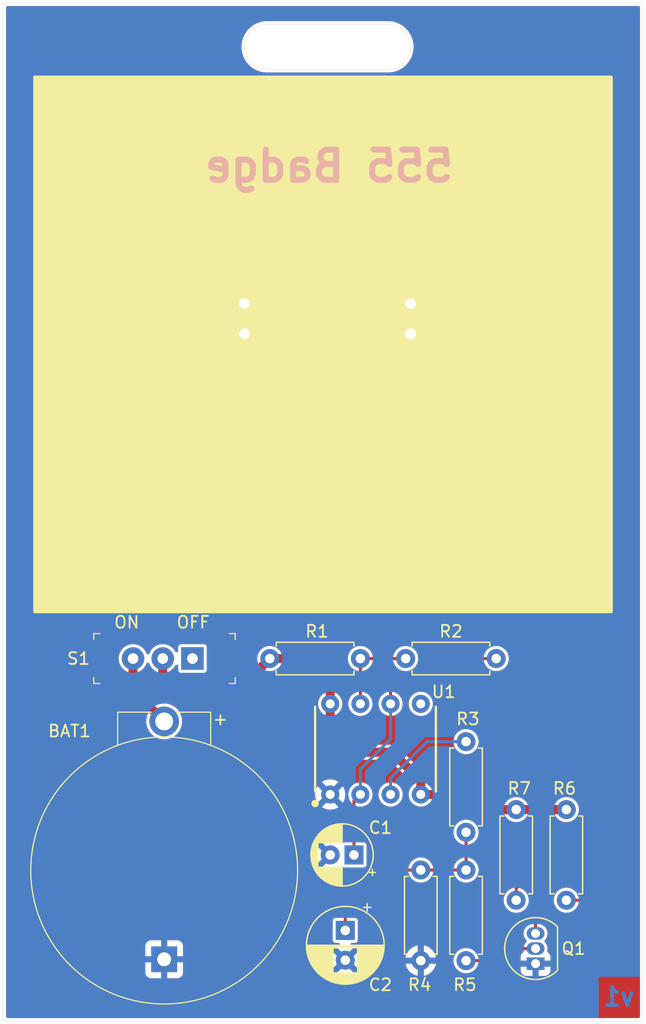
<source format=kicad_pcb>
(kicad_pcb (version 20211014) (generator pcbnew)
  (title_block (title "555 Badge") (date "2022-06-21") (rev "v1") (comment 1 "creativecommons.org/licenses/by/4.0/") (comment 2 "License: CC by 4.0") (comment 3 "Author: Bruno CC"))
  (layers (0 "F.Cu" signal) (31 "B.Cu" signal) (34 "B.Paste" user) (35 "F.Paste" user) (36 "B.SilkS" user "B.Silkscreen") (37 "F.SilkS" user "F.Silkscreen") (38 "B.Mask" user) (39 "F.Mask" user) (44 "Edge.Cuts" user))
  (net 0 "")
  (net 1 "Net-(C1-Pad1)")
  (net 2 "GND")
  (net 3 "Net-(C2-Pad1)")
  (net 4 "Net-(D1-Pad1)")
  (net 5 "Net-(D1-Pad2)")
  (net 6 "Net-(D2-Pad2)")
  (net 7 "Net-(Q1-Pad2)")
  (net 8 "VCC")
  (net 9 "Net-(R1-Pad2)")
  (net 10 "Net-(R3-Pad1)")
  (net 12 "Net-(BAT1-PadPos)")
  (footprint "LED_THT:LED_D3.0mm" (layer "F.Cu") (at 161.29 69.22 90)
    (fp_text reference "D1" (at 4.704 0 180) (layer "F.SilkS"))
    (fp_text value "RED")
    (fp_line (start -0.29 1.08) (end -0.29 1.236) (layer "F.SilkS") (width 0.12))
    (fp_line (start -0.29 -1.236) (end -0.29 -1.08) (layer "F.SilkS") (width 0.12))
    (fp_arc (start -0.29 -1.235516) (mid 1.366487 -1.987659) (end 2.942335 -1.078608) (layer "F.SilkS") (width 0.12))
    (fp_arc (start 0.229039 -1.08) (mid 1.270117 -1.5) (end 2.31113 -1.079837) (layer "F.SilkS") (width 0.12))
    (fp_arc (start 2.31113 1.079837) (mid 1.270117 1.5) (end 0.229039 1.08) (layer "F.SilkS") (width 0.12))
    (fp_arc (start 2.942335 1.078608) (mid 1.366487 1.987659) (end -0.29 1.235516) (layer "F.SilkS") (width 0.12))
    (pad "1" thru_hole rect (at 0 0 90) (size 1.8 1.8) (drill 0.9) (layers *.Cu *.Mask) (net 4 "Net-(D1-Pad1)"))
    (pad "2" thru_hole circle (at 2.54 0 90) (size 1.8 1.8) (drill 0.9) (layers *.Cu *.Mask) (net 5 "Net-(D1-Pad2)"))
  )
  (footprint "Capacitor_THT:CP_Radial_D6.3mm_P2.50mm" (layer "F.Cu") (at 155.800113 119.38 -90)
    (fp_text reference "C2" (at 4.572 -2.949887 180) (layer "F.SilkS"))
    (fp_text value "100uF")
    (fp_line (start 2.451 -3.002) (end 2.451 -1.04) (layer "F.SilkS") (width 0.12))
    (fp_line (start 1.57 -3.215) (end 1.57 -1.04) (layer "F.SilkS") (width 0.12))
    (fp_line (start 2.171 -3.098) (end 2.171 -1.04) (layer "F.SilkS") (width 0.12))
    (fp_line (start 2.291 1.04) (end 2.291 3.061) (layer "F.SilkS") (width 0.12))
    (fp_line (start 1.41 -3.227) (end 1.41 3.227) (layer "F.SilkS") (width 0.12))
    (fp_line (start 2.731 1.04) (end 2.731 2.876) (layer "F.SilkS") (width 0.12))
    (fp_line (start 3.411 -2.416) (end 3.411 -1.04) (layer "F.SilkS") (width 0.12))
    (fp_line (start 2.091 1.04) (end 2.091 3.121) (layer "F.SilkS") (width 0.12))
    (fp_line (start -1.935241 -2.154) (end -1.935241 -1.524) (layer "F.SilkS") (width 0.12))
    (fp_line (start 2.491 1.04) (end 2.491 2.986) (layer "F.SilkS") (width 0.12))
    (fp_line (start 3.611 -2.224) (end 3.611 2.224) (layer "F.SilkS") (width 0.12))
    (fp_line (start 1.49 1.04) (end 1.49 3.222) (layer "F.SilkS") (width 0.12))
    (fp_line (start 3.331 1.04) (end 3.331 2.484) (layer "F.SilkS") (width 0.12))
    (fp_line (start 3.971 -1.776) (end 3.971 1.776) (layer "F.SilkS") (width 0.12))
    (fp_line (start 4.251 -1.262) (end 4.251 1.262) (layer "F.SilkS") (width 0.12))
    (fp_line (start 1.25 -3.23) (end 1.25 3.23) (layer "F.SilkS") (width 0.12))
    (fp_line (start 3.531 -2.305) (end 3.531 -1.04) (layer "F.SilkS") (width 0.12))
    (fp_line (start 3.131 -2.636) (end 3.131 -1.04) (layer "F.SilkS") (width 0.12))
    (fp_line (start 2.331 1.04) (end 2.331 3.047) (layer "F.SilkS") (width 0.12))
    (fp_line (start 2.891 1.04) (end 2.891 2.79) (layer "F.SilkS") (width 0.12))
    (fp_line (start 3.451 -2.38) (end 3.451 -1.04) (layer "F.SilkS") (width 0.12))
    (fp_line (start 2.891 -2.79) (end 2.891 -1.04) (layer "F.SilkS") (width 0.12))
    (fp_line (start 3.691 -2.137) (end 3.691 2.137) (layer "F.SilkS") (width 0.12))
    (fp_line (start 3.491 -2.343) (end 3.491 -1.04) (layer "F.SilkS") (width 0.12))
    (fp_line (start 2.651 1.04) (end 2.651 2.916) (layer "F.SilkS") (width 0.12))
    (fp_line (start 2.051 1.04) (end 2.051 3.131) (layer "F.SilkS") (width 0.12))
    (fp_line (start 1.85 -3.175) (end 1.85 -1.04) (layer "F.SilkS") (width 0.12))
    (fp_line (start 1.69 -3.201) (end 1.69 -1.04) (layer "F.SilkS") (width 0.12))
    (fp_line (start 1.53 -3.218) (end 1.53 -1.04) (layer "F.SilkS") (width 0.12))
    (fp_line (start 2.531 1.04) (end 2.531 2.97) (layer "F.SilkS") (width 0.12))
    (fp_line (start 4.091 -1.581) (end 4.091 1.581) (layer "F.SilkS") (width 0.12))
    (fp_line (start 3.531 1.04) (end 3.531 2.305) (layer "F.SilkS") (width 0.12))
    (fp_line (start 2.411 1.04) (end 2.411 3.018) (layer "F.SilkS") (width 0.12))
    (fp_line (start 3.091 1.04) (end 3.091 2.664) (layer "F.SilkS") (width 0.12))
    (fp_line (start 2.811 1.04) (end 2.811 2.834) (layer "F.SilkS") (width 0.12))
    (fp_line (start 2.691 1.04) (end 2.691 2.896) (layer "F.SilkS") (width 0.12))
    (fp_line (start 3.291 1.04) (end 3.291 2.516) (layer "F.SilkS") (width 0.12))
    (fp_line (start 2.451 1.04) (end 2.451 3.002) (layer "F.SilkS") (width 0.12))
    (fp_line (start 1.49 -3.222) (end 1.49 -1.04) (layer "F.SilkS") (width 0.12))
    (fp_line (start 3.491 1.04) (end 3.491 2.343) (layer "F.SilkS") (width 0.12))
    (fp_line (start 1.69 1.04) (end 1.69 3.201) (layer "F.SilkS") (width 0.12))
    (fp_line (start 1.77 1.04) (end 1.77 3.189) (layer "F.SilkS") (width 0.12))
    (fp_line (start 2.091 -3.121) (end 2.091 -1.04) (layer "F.SilkS") (width 0.12))
    (fp_line (start 3.371 -2.45) (end 3.371 -1.04) (layer "F.SilkS") (width 0.12))
    (fp_line (start 2.011 1.04) (end 2.011 3.141) (layer "F.SilkS") (width 0.12))
    (fp_line (start 3.011 -2.716) (end 3.011 -1.04) (layer "F.SilkS") (width 0.12))
    (fp_line (start 3.171 1.04) (end 3.171 2.607) (layer "F.SilkS") (width 0.12))
    (fp_line (start 3.051 -2.69) (end 3.051 -1.04) (layer "F.SilkS") (width 0.12))
    (fp_line (start 3.811 -1.995) (end 3.811 1.995) (layer "F.SilkS") (width 0.12))
    (fp_line (start 1.971 -3.15) (end 1.971 -1.04) (layer "F.SilkS") (width 0.12))
    (fp_line (start 3.291 -2.516) (end 3.291 -1.04) (layer "F.SilkS") (width 0.12))
    (fp_line (start 1.93 -3.159) (end 1.93 -1.04) (layer "F.SilkS") (width 0.12))
    (fp_line (start 4.451 -0.633) (end 4.451 0.633) (layer "F.SilkS") (width 0.12))
    (fp_line (start 2.611 -2.934) (end 2.611 -1.04) (layer "F.SilkS") (width 0.12))
    (fp_line (start 2.691 -2.896) (end 2.691 -1.04) (layer "F.SilkS") (width 0.12))
    (fp_line (start -2.250241 -1.839) (end -1.620241 -1.839) (layer "F.SilkS") (width 0.12))
    (fp_line (start 3.851 -1.944) (end 3.851 1.944) (layer "F.SilkS") (width 0.12))
    (fp_line (start 1.33 -3.23) (end 1.33 3.23) (layer "F.SilkS") (width 0.12))
    (fp_line (start 1.77 -3.189) (end 1.77 -1.04) (layer "F.SilkS") (width 0.12))
    (fp_line (start 1.61 -3.211) (end 1.61 -1.04) (layer "F.SilkS") (width 0.12))
    (fp_line (start 2.251 -3.074) (end 2.251 -1.04) (layer "F.SilkS") (width 0.12))
    (fp_line (start 3.371 1.04) (end 3.371 2.45) (layer "F.SilkS") (width 0.12))
    (fp_line (start 3.931 -1.834) (end 3.931 1.834) (layer "F.SilkS") (width 0.12))
    (fp_line (start 2.971 1.04) (end 2.971 2.742) (layer "F.SilkS") (width 0.12))
    (fp_line (start 1.89 -3.167) (end 1.89 -1.04) (layer "F.SilkS") (width 0.12))
    (fp_line (start 1.45 -3.224) (end 1.45 3.224) (layer "F.SilkS") (width 0.12))
    (fp_line (start 3.091 -2.664) (end 3.091 -1.04) (layer "F.SilkS") (width 0.12))
    (fp_line (start 2.251 1.04) (end 2.251 3.074) (layer "F.SilkS") (width 0.12))
    (fp_line (start 3.411 1.04) (end 3.411 2.416) (layer "F.SilkS") (width 0.12))
    (fp_line (start 3.251 -2.548) (end 3.251 -1.04) (layer "F.SilkS") (width 0.12))
    (fp_line (start 2.971 -2.742) (end 2.971 -1.04) (layer "F.SilkS") (width 0.12))
    (fp_line (start 3.171 -2.607) (end 3.171 -1.04) (layer "F.SilkS") (width 0.12))
    (fp_line (start 1.89 1.04) (end 1.89 3.167) (layer "F.SilkS") (width 0.12))
    (fp_line (start 2.371 1.04) (end 2.371 3.033) (layer "F.SilkS") (width 0.12))
    (fp_line (start 2.651 -2.916) (end 2.651 -1.04) (layer "F.SilkS") (width 0.12))
    (fp_line (start 2.931 1.04) (end 2.931 2.766) (layer "F.SilkS") (width 0.12))
    (fp_line (start 2.571 1.04) (end 2.571 2.952) (layer "F.SilkS") (width 0.12))
    (fp_line (start 2.131 1.04) (end 2.131 3.11) (layer "F.SilkS") (width 0.12))
    (fp_line (start 2.611 1.04) (end 2.611 2.934) (layer "F.SilkS") (width 0.12))
    (fp_line (start 3.251 1.04) (end 3.251 2.548) (layer "F.SilkS") (width 0.12))
    (fp_line (start 3.211 1.04) (end 3.211 2.578) (layer "F.SilkS") (width 0.12))
    (fp_line (start 2.171 1.04) (end 2.171 3.098) (layer "F.SilkS") (width 0.12))
    (fp_line (start 2.131 -3.11) (end 2.131 -1.04) (layer "F.SilkS") (width 0.12))
    (fp_line (start 1.29 -3.23) (end 1.29 3.23) (layer "F.SilkS") (width 0.12))
    (fp_line (start 2.771 1.04) (end 2.771 2.856) (layer "F.SilkS") (width 0.12))
    (fp_line (start 2.011 -3.141) (end 2.011 -1.04) (layer "F.SilkS") (width 0.12))
    (fp_line (start 2.771 -2.856) (end 2.771 -1.04) (layer "F.SilkS") (width 0.12))
    (fp_line (start 2.051 -3.131) (end 2.051 -1.04) (layer "F.SilkS") (width 0.12))
    (fp_line (start 1.81 -3.182) (end 1.81 -1.04) (layer "F.SilkS") (width 0.12))
    (fp_line (start 2.851 1.04) (end 2.851 2.812) (layer "F.SilkS") (width 0.12))
    (fp_line (start 2.331 -3.047) (end 2.331 -1.04) (layer "F.SilkS") (width 0.12))
    (fp_line (start 2.811 -2.834) (end 2.811 -1.04) (layer "F.SilkS") (width 0.12))
    (fp_line (start 4.371 -0.94) (end 4.371 0.94) (layer "F.SilkS") (width 0.12))
    (fp_line (start 2.371 -3.033) (end 2.371 -1.04) (layer "F.SilkS") (width 0.12))
    (fp_line (start 1.93 1.04) (end 1.93 3.159) (layer "F.SilkS") (width 0.12))
    (fp_line (start 3.571 -2.265) (end 3.571 2.265) (layer "F.SilkS") (width 0.12))
    (fp_line (start 2.211 1.04) (end 2.211 3.086) (layer "F.SilkS") (width 0.12))
    (fp_line (start 2.411 -3.018) (end 2.411 -1.04) (layer "F.SilkS") (width 0.12))
    (fp_line (start 3.651 -2.182) (end 3.651 2.182) (layer "F.SilkS") (width 0.12))
    (fp_line (start 3.891 -1.89) (end 3.891 1.89) (layer "F.SilkS") (width 0.12))
    (fp_line (start 3.331 -2.484) (end 3.331 -1.04) (layer "F.SilkS") (width 0.12))
    (fp_line (start 1.73 -3.195) (end 1.73 -1.04) (layer "F.SilkS") (width 0.12))
    (fp_line (start 4.411 -0.802) (end 4.411 0.802) (layer "F.SilkS") (width 0.12))
    (fp_line (start 1.57 1.04) (end 1.57 3.215) (layer "F.SilkS") (width 0.12))
    (fp_line (start 4.051 -1.65) (end 4.051 1.65) (layer "F.SilkS") (width 0.12))
    (fp_line (start 3.051 1.04) (end 3.051 2.69) (layer "F.SilkS") (width 0.12))
    (fp_line (start 3.211 -2.578) (end 3.211 -1.04) (layer "F.SilkS") (width 0.12))
    (fp_line (start 4.171 -1.432) (end 4.171 1.432) (layer "F.SilkS") (width 0.12))
    (fp_line (start 4.211 -1.35) (end 4.211 1.35) (layer "F.SilkS") (width 0.12))
    (fp_line (start 3.451 1.04) (end 3.451 2.38) (layer "F.SilkS") (width 0.12))
    (fp_line (start 1.37 -3.228) (end 1.37 3.228) (layer "F.SilkS") (width 0.12))
    (fp_line (start 1.85 1.04) (end 1.85 3.175) (layer "F.SilkS") (width 0.12))
    (fp_line (start 1.65 -3.206) (end 1.65 -1.04) (layer "F.SilkS") (width 0.12))
    (fp_line (start 1.73 1.04) (end 1.73 3.195) (layer "F.SilkS") (width 0.12))
    (fp_line (start 2.531 -2.97) (end 2.531 -1.04) (layer "F.SilkS") (width 0.12))
    (fp_line (start 1.971 1.04) (end 1.971 3.15) (layer "F.SilkS") (width 0.12))
    (fp_line (start 4.291 -1.165) (end 4.291 1.165) (layer "F.SilkS") (width 0.12))
    (fp_line (start 4.131 -1.509) (end 4.131 1.509) (layer "F.SilkS") (width 0.12))
    (fp_line (start 4.011 -1.714) (end 4.011 1.714) (layer "F.SilkS") (width 0.12))
    (fp_line (start 2.731 -2.876) (end 2.731 -1.04) (layer "F.SilkS") (width 0.12))
    (fp_line (start 4.331 -1.059) (end 4.331 1.059) (layer "F.SilkS") (width 0.12))
    (fp_line (start 3.731 -2.092) (end 3.731 2.092) (layer "F.SilkS") (width 0.12))
    (fp_line (start 4.491 -0.402) (end 4.491 0.402) (layer "F.SilkS") (width 0.12))
    (fp_line (start 3.131 1.04) (end 3.131 2.636) (layer "F.SilkS") (width 0.12))
    (fp_line (start 2.931 -2.766) (end 2.931 -1.04) (layer "F.SilkS") (width 0.12))
    (fp_line (start 2.291 -3.061) (end 2.291 -1.04) (layer "F.SilkS") (width 0.12))
    (fp_line (start 3.011 1.04) (end 3.011 2.716) (layer "F.SilkS") (width 0.12))
    (fp_line (start 3.771 -2.044) (end 3.771 2.044) (layer "F.SilkS") (width 0.12))
    (fp_line (start 1.81 1.04) (end 1.81 3.182) (layer "F.SilkS") (width 0.12))
    (fp_line (start 1.65 1.04) (end 1.65 3.206) (layer "F.SilkS") (width 0.12))
    (fp_line (start 1.61 1.04) (end 1.61 3.211) (layer "F.SilkS") (width 0.12))
    (fp_line (start 2.491 -2.986) (end 2.491 -1.04) (layer "F.SilkS") (width 0.12))
    (fp_line (start 1.53 1.04) (end 1.53 3.218) (layer "F.SilkS") (width 0.12))
    (fp_line (start 2.211 -3.086) (end 2.211 -1.04) (layer "F.SilkS") (width 0.12))
    (fp_line (start 2.851 -2.812) (end 2.851 -1.04) (layer "F.SilkS") (width 0.12))
    (fp_line (start 2.571 -2.952) (end 2.571 -1.04) (layer "F.SilkS") (width 0.12))
    (fp_circle (center 1.25 0) (end 4.52 0) (layer "F.SilkS") (width 0.12) (fill none))
    (pad "1" thru_hole rect (at 0 0 270) (size 1.6 1.6) (drill 0.8) (layers *.Cu *.Mask) (net 3 "Net-(C2-Pad1)"))
    (pad "2" thru_hole circle (at 2.5 0 270) (size 1.6 1.6) (drill 0.8) (layers *.Cu *.Mask) (net 2 "GND"))
  )
  (footprint "Resistor_THT:R_Axial_DIN0207_L6.3mm_D2.5mm_P7.62mm_Horizontal" (layer "F.Cu") (at 160.880113 96.52)
    (fp_text reference "R2" (at 3.81 -2.286) (layer "F.SilkS"))
    (fp_text value "330k")
    (fp_line (start 0.54 -1.04) (end 0.54 -1.37) (layer "F.SilkS") (width 0.12))
    (fp_line (start 0.54 -1.37) (end 7.08 -1.37) (layer "F.SilkS") (width 0.12))
    (fp_line (start 0.54 1.37) (end 7.08 1.37) (layer "F.SilkS") (width 0.12))
    (fp_line (start 7.08 -1.37) (end 7.08 -1.04) (layer "F.SilkS") (width 0.12))
    (fp_line (start 0.54 1.04) (end 0.54 1.37) (layer "F.SilkS") (width 0.12))
    (fp_line (start 7.08 1.37) (end 7.08 1.04) (layer "F.SilkS") (width 0.12))
    (pad "1" thru_hole circle (at 0 0) (size 1.6 1.6) (drill 0.8) (layers *.Cu *.Mask) (net 9 "Net-(R1-Pad2)"))
    (pad "2" thru_hole oval (at 7.62 0) (size 1.6 1.6) (drill 0.8) (layers *.Cu *.Mask) (net 1 "Net-(C1-Pad1)"))
  )
  (footprint "Resistor_THT:R_Axial_DIN0207_L6.3mm_D2.5mm_P7.62mm_Horizontal" (layer "F.Cu") (at 174.399887 109.22 -90)
    (fp_text reference "R6" (at -1.778 0.155887) (layer "F.SilkS"))
    (fp_text value "100")
    (fp_line (start 0.54 1.04) (end 0.54 1.37) (layer "F.SilkS") (width 0.12))
    (fp_line (start 0.54 -1.04) (end 0.54 -1.37) (layer "F.SilkS") (width 0.12))
    (fp_line (start 7.08 -1.37) (end 7.08 -1.04) (layer "F.SilkS") (width 0.12))
    (fp_line (start 0.54 -1.37) (end 7.08 -1.37) (layer "F.SilkS") (width 0.12))
    (fp_line (start 0.54 1.37) (end 7.08 1.37) (layer "F.SilkS") (width 0.12))
    (fp_line (start 7.08 1.37) (end 7.08 1.04) (layer "F.SilkS") (width 0.12))
    (pad "1" thru_hole circle (at 0 0 270) (size 1.6 1.6) (drill 0.8) (layers *.Cu *.Mask) (net 8 "VCC"))
    (pad "2" thru_hole oval (at 7.62 0 270) (size 1.6 1.6) (drill 0.8) (layers *.Cu *.Mask) (net 5 "Net-(D1-Pad2)"))
  )
  (footprint "Capacitor_THT:CP_Radial_D5.0mm_P2.00mm" (layer "F.Cu") (at 156.530113 113.03 180)
    (fp_text reference "C1" (at -2.219887 2.286) (layer "F.SilkS"))
    (fp_text value "10uF")
    (fp_line (start 1.04 -2.58) (end 1.04 -1.04) (layer "F.SilkS") (width 0.12))
    (fp_line (start 2.201 1.04) (end 2.201 2.29) (layer "F.SilkS") (width 0.12))
    (fp_line (start 1.961 1.04) (end 1.961 2.398) (layer "F.SilkS") (width 0.12))
    (fp_line (start 1.36 -2.556) (end 1.36 -1.04) (layer "F.SilkS") (width 0.12))
    (fp_line (start 1.6 -2.511) (end 1.6 -1.04) (layer "F.SilkS") (width 0.12))
    (fp_line (start 3.281 -1.251) (end 3.281 1.251) (layer "F.SilkS") (width 0.12))
    (fp_line (start 1.04 1.04) (end 1.04 2.58) (layer "F.SilkS") (width 0.12))
    (fp_line (start 3.321 -1.178) (end 3.321 1.178) (layer "F.SilkS") (width 0.12))
    (fp_line (start 1.44 -2.543) (end 1.44 -1.04) (layer "F.SilkS") (width 0.12))
    (fp_line (start 1.721 1.04) (end 1.721 2.48) (layer "F.SilkS") (width 0.12))
    (fp_line (start 2.601 -2.035) (end 2.601 -1.04) (layer "F.SilkS") (width 0.12))
    (fp_line (start 2.041 1.04) (end 2.041 2.365) (layer "F.SilkS") (width 0.12))
    (fp_line (start 2.681 1.04) (end 2.681 1.971) (layer "F.SilkS") (width 0.12))
    (fp_line (start 2.401 1.04) (end 2.401 2.175) (layer "F.SilkS") (width 0.12))
    (fp_line (start 2.561 1.04) (end 2.561 2.065) (layer "F.SilkS") (width 0.12))
    (fp_line (start 2.641 -2.004) (end 2.641 -1.04) (layer "F.SilkS") (width 0.12))
    (fp_line (start 1.08 -2.579) (end 1.08 -1.04) (layer "F.SilkS") (width 0.12))
    (fp_line (start 1.16 -2.576) (end 1.16 -1.04) (layer "F.SilkS") (width 0.12))
    (fp_line (start 3.161 -1.443) (end 3.161 1.443) (layer "F.SilkS") (width 0.12))
    (fp_line (start 1.2 1.04) (end 1.2 2.573) (layer "F.SilkS") (width 0.12))
    (fp_line (start 2.001 1.04) (end 2.001 2.382) (layer "F.SilkS") (width 0.12))
    (fp_line (start 2.201 -2.29) (end 2.201 -1.04) (layer "F.SilkS") (width 0.12))
    (fp_line (start 2.401 -2.175) (end 2.401 -1.04) (layer "F.SilkS") (width 0.12))
    (fp_line (start 3.121 -1.5) (end 3.121 1.5) (layer "F.SilkS") (width 0.12))
    (fp_line (start 1.921 1.04) (end 1.921 2.414) (layer "F.SilkS") (width 0.12))
    (fp_line (start 2.161 -2.31) (end 2.161 -1.04) (layer "F.SilkS") (width 0.12))
    (fp_line (start 1.841 -2.442) (end 1.841 -1.04) (layer "F.SilkS") (width 0.12))
    (fp_line (start 2.481 1.04) (end 2.481 2.122) (layer "F.SilkS") (width 0.12))
    (fp_line (start 1.64 -2.501) (end 1.64 -1.04) (layer "F.SilkS") (width 0.12))
    (fp_line (start 2.241 -2.268) (end 2.241 -1.04) (layer "F.SilkS") (width 0.12))
    (fp_line (start 2.641 1.04) (end 2.641 2.004) (layer "F.SilkS") (width 0.12))
    (fp_line (start 1.52 -2.528) (end 1.52 -1.04) (layer "F.SilkS") (width 0.12))
    (fp_line (start 3.481 -0.805) (end 3.481 0.805) (layer "F.SilkS") (width 0.12))
    (fp_line (start 3.201 -1.383) (end 3.201 1.383) (layer "F.SilkS") (width 0.12))
    (fp_line (start 1.841 1.04) (end 1.841 2.442) (layer "F.SilkS") (width 0.12))
    (fp_line (start 1.68 -2.491) (end 1.68 -1.04) (layer "F.SilkS") (width 0.12))
    (fp_line (start 2.161 1.04) (end 2.161 2.31) (layer "F.SilkS") (width 0.12))
    (fp_line (start 2.041 -2.365) (end 2.041 -1.04) (layer "F.SilkS") (width 0.12))
    (fp_line (start 2.121 -2.329) (end 2.121 -1.04) (layer "F.SilkS") (width 0.12))
    (fp_line (start 3.361 -1.098) (end 3.361 1.098) (layer "F.SilkS") (width 0.12))
    (fp_line (start 2.481 -2.122) (end 2.481 -1.04) (layer "F.SilkS") (width 0.12))
    (fp_line (start 1.24 -2.569) (end 1.24 -1.04) (layer "F.SilkS") (width 0.12))
    (fp_line (start 2.721 1.04) (end 2.721 1.937) (layer "F.SilkS") (width 0.12))
    (fp_line (start 2.681 -1.971) (end 2.681 -1.04) (layer "F.SilkS") (width 0.12))
    (fp_line (start 1.881 -2.428) (end 1.881 -1.04) (layer "F.SilkS") (width 0.12))
    (fp_line (start -1.554775 -1.725) (end -1.554775 -1.225) (layer "F.SilkS") (width 0.12))
    (fp_line (start 2.841 -1.826) (end 2.841 -1.04) (layer "F.SilkS") (width 0.12))
    (fp_line (start 2.961 -1.699) (end 2.961 -1.04) (layer "F.SilkS") (width 0.12))
    (fp_line (start 3.041 -1.605) (end 3.041 1.605) (layer "F.SilkS") (width 0.12))
    (fp_line (start 1.48 1.04) (end 1.48 2.536) (layer "F.SilkS") (width 0.12))
    (fp_line (start 1.08 1.04) (end 1.08 2.579) (layer "F.SilkS") (width 0.12))
    (fp_line (start 2.761 -1.901) (end 2.761 -1.04) (layer "F.SilkS") (width 0.12))
    (fp_line (start 1.64 1.04) (end 1.64 2.501) (layer "F.SilkS") (width 0.12))
    (fp_line (start 1.36 1.04) (end 1.36 2.556) (layer "F.SilkS") (width 0.12))
    (fp_line (start 2.921 -1.743) (end 2.921 -1.04) (layer "F.SilkS") (width 0.12))
    (fp_line (start -1.804775 -1.475) (end -1.304775 -1.475) (layer "F.SilkS") (width 0.12))
    (fp_line (start 1 1.04) (end 1 2.58) (layer "F.SilkS") (width 0.12))
    (fp_line (start 2.441 -2.149) (end 2.441 -1.04) (layer "F.SilkS") (width 0.12))
    (fp_line (start 2.081 1.04) (end 2.081 2.348) (layer "F.SilkS") (width 0.12))
    (fp_line (start 1.921 -2.414) (end 1.921 -1.04) (layer "F.SilkS") (width 0.12))
    (fp_line (start 2.521 1.04) (end 2.521 2.095) (layer "F.SilkS") (width 0.12))
    (fp_line (start 2.601 1.04) (end 2.601 2.035) (layer "F.SilkS") (width 0.12))
    (fp_line (start 2.881 1.04) (end 2.881 1.785) (layer "F.SilkS") (width 0.12))
    (fp_line (start 2.001 -2.382) (end 2.001 -1.04) (layer "F.SilkS") (width 0.12))
    (fp_line (start 3.081 -1.554) (end 3.081 1.554) (layer "F.SilkS") (width 0.12))
    (fp_line (start 1.28 1.04) (end 1.28 2.565) (layer "F.SilkS") (width 0.12))
    (fp_line (start 1.4 1.04) (end 1.4 2.55) (layer "F.SilkS") (width 0.12))
    (fp_line (start 1.881 1.04) (end 1.881 2.428) (layer "F.SilkS") (width 0.12))
    (fp_line (start 3.241 -1.319) (end 3.241 1.319) (layer "F.SilkS") (width 0.12))
    (fp_line (start 1.4 -2.55) (end 1.4 -1.04) (layer "F.SilkS") (width 0.12))
    (fp_line (start 1.56 1.04) (end 1.56 2.52) (layer "F.SilkS") (width 0.12))
    (fp_line (start 3.441 -0.915) (end 3.441 0.915) (layer "F.SilkS") (width 0.12))
    (fp_line (start 1.24 1.04) (end 1.24 2.569) (layer "F.SilkS") (width 0.12))
    (fp_line (start 2.361 1.04) (end 2.361 2.2) (layer "F.SilkS") (width 0.12))
    (fp_line (start 2.321 1.04) (end 2.321 2.224) (layer "F.SilkS") (width 0.12))
    (fp_line (start 2.281 1.04) (end 2.281 2.247) (layer "F.SilkS") (width 0.12))
    (fp_line (start 3.601 -0.284) (end 3.601 0.284) (layer "F.SilkS") (width 0.12))
    (fp_line (start 1.48 -2.536) (end 1.48 -1.04) (layer "F.SilkS") (width 0.12))
    (fp_line (start 1 -2.58) (end 1 -1.04) (layer "F.SilkS") (width 0.12))
    (fp_line (start 1.32 -2.561) (end 1.32 -1.04) (layer "F.SilkS") (width 0.12))
    (fp_line (start 1.801 1.04) (end 1.801 2.455) (layer "F.SilkS") (width 0.12))
    (fp_line (start 1.56 -2.52) (end 1.56 -1.04) (layer "F.SilkS") (width 0.12))
    (fp_line (start 2.441 1.04) (end 2.441 2.149) (layer "F.SilkS") (width 0.12))
    (fp_line (start 1.761 1.04) (end 1.761 2.468) (layer "F.SilkS") (width 0.12))
    (fp_line (start 2.281 -2.247) (end 2.281 -1.04) (layer "F.SilkS") (width 0.12))
    (fp_line (start 1.2 -2.573) (end 1.2 -1.04) (layer "F.SilkS") (width 0.12))
    (fp_line (start 1.721 -2.48) (end 1.721 -1.04) (layer "F.SilkS") (width 0.12))
    (fp_line (start 3.561 -0.518) (end 3.561 0.518) (layer "F.SilkS") (width 0.12))
    (fp_line (start 1.801 -2.455) (end 1.801 -1.04) (layer "F.SilkS") (width 0.12))
    (fp_line (start 1.44 1.04) (end 1.44 2.543) (layer "F.SilkS") (width 0.12))
    (fp_line (start 1.16 1.04) (end 1.16 2.576) (layer "F.SilkS") (width 0.12))
    (fp_line (start 1.28 -2.565) (end 1.28 -1.04) (layer "F.SilkS") (width 0.12))
    (fp_line (start 3.001 -1.653) (end 3.001 -1.04) (layer "F.SilkS") (width 0.12))
    (fp_line (start 2.961 1.04) (end 2.961 1.699) (layer "F.SilkS") (width 0.12))
    (fp_line (start 2.081 -2.348) (end 2.081 -1.04) (layer "F.SilkS") (width 0.12))
    (fp_line (start 2.521 -2.095) (end 2.521 -1.04) (layer "F.SilkS") (width 0.12))
    (fp_line (start 2.801 -1.864) (end 2.801 -1.04) (layer "F.SilkS") (width 0.12))
    (fp_line (start 1.761 -2.468) (end 1.761 -1.04) (layer "F.SilkS") (width 0.12))
    (fp_line (start 2.121 1.04) (end 2.121 2.329) (layer "F.SilkS") (width 0.12))
    (fp_line (start 1.68 1.04) (end 1.68 2.491) (layer "F.SilkS") (width 0.12))
    (fp_line (start 1.52 1.04) (end 1.52 2.528) (layer "F.SilkS") (width 0.12))
    (fp_line (start 1.12 1.04) (end 1.12 2.578) (layer "F.SilkS") (width 0.12))
    (fp_line (start 2.921 1.04) (end 2.921 1.743) (layer "F.SilkS") (width 0.12))
    (fp_line (start 3.521 -0.677) (end 3.521 0.677) (layer "F.SilkS") (width 0.12))
    (fp_line (start 2.721 -1.937) (end 2.721 -1.04) (layer "F.SilkS") (width 0.12))
    (fp_line (start 2.241 1.04) (end 2.241 2.268) (layer "F.SilkS") (width 0.12))
    (fp_line (start 2.561 -2.065) (end 2.561 -1.04) (layer "F.SilkS") (width 0.12))
    (fp_line (start 2.321 -2.224) (end 2.321 -1.04) (layer "F.SilkS") (width 0.12))
    (fp_line (start 3.001 1.04) (end 3.001 1.653) (layer "F.SilkS") (width 0.12))
    (fp_line (start 2.761 1.04) (end 2.761 1.901) (layer "F.SilkS") (width 0.12))
    (fp_line (start 3.401 -1.011) (end 3.401 1.011) (layer "F.SilkS") (width 0.12))
    (fp_line (start 2.801 1.04) (end 2.801 1.864) (layer "F.SilkS") (width 0.12))
    (fp_line (start 1.961 -2.398) (end 1.961 -1.04) (layer "F.SilkS") (width 0.12))
    (fp_line (start 2.881 -1.785) (end 2.881 -1.04) (layer "F.SilkS") (width 0.12))
    (fp_line (start 2.841 1.04) (end 2.841 1.826) (layer "F.SilkS") (width 0.12))
    (fp_line (start 1.32 1.04) (end 1.32 2.561) (layer "F.SilkS") (width 0.12))
    (fp_line (start 2.361 -2.2) (end 2.361 -1.04) (layer "F.SilkS") (width 0.12))
    (fp_line (start 1.12 -2.578) (end 1.12 -1.04) (layer "F.SilkS") (width 0.12))
    (fp_line (start 1.6 1.04) (end 1.6 2.511) (layer "F.SilkS") (width 0.12))
    (fp_circle (center 1 0) (end 3.62 0) (layer "F.SilkS") (width 0.12) (fill none))
    (pad "1" thru_hole rect (at 0 0 180) (size 1.6 1.6) (drill 0.8) (layers *.Cu *.Mask) (net 1 "Net-(C1-Pad1)"))
    (pad "2" thru_hole circle (at 2 0 180) (size 1.6 1.6) (drill 0.8) (layers *.Cu *.Mask) (net 2 "GND"))
  )
  (footprint "555_Badge.lib:ICM7555_PDIP" (layer "F.Cu") (at 158.340113 104.14)
    (fp_text reference "U1" (at 5.743887 -4.826 unlocked) (layer "F.SilkS"))
    (fp_text value "7555")
    (fp_line (start 5.08 -3.556) (end 5.08 3.556) (layer "F.SilkS") (width 0.2032))
    (fp_line (start -5.08 -3.556) (end -5.08 3.556) (layer "F.SilkS") (width 0.2032))
    (fp_circle (center -5.08 4.572) (end -4.826 4.572) (layer "F.SilkS") (width 0.12) (fill solid))
    (pad "1" thru_hole circle (at -3.81 3.81) (size 1.524 1.524) (drill 0.762) (layers *.Cu *.Mask) (net 2 "GND"))
    (pad "2" thru_hole circle (at -1.27 3.81) (size 1.524 1.524) (drill 0.762) (layers *.Cu *.Mask) (net 1 "Net-(C1-Pad1)"))
    (pad "3" thru_hole circle (at 1.27 3.81) (size 1.524 1.524) (drill 0.762) (layers *.Cu *.Mask) (net 10 "Net-(R3-Pad1)"))
    (pad "4" thru_hole circle (at 3.81 3.81) (size 1.524 1.524) (drill 0.762) (layers *.Cu *.Mask) (net 8 "VCC"))
    (pad "5" thru_hole circle (at 3.81 -3.81 180) (size 1.524 1.524) (drill 0.762) (layers *.Cu *.Mask))
    (pad "6" thru_hole circle (at 1.27 -3.81 180) (size 1.524 1.524) (drill 0.762) (layers *.Cu *.Mask) (net 1 "Net-(C1-Pad1)"))
    (pad "7" thru_hole circle (at -1.27 -3.81 180) (size 1.524 1.524) (drill 0.762) (layers *.Cu *.Mask) (net 9 "Net-(R1-Pad2)"))
    (pad "8" thru_hole circle (at -3.81 -3.81 180) (size 1.524 1.524) (drill 0.762) (layers *.Cu *.Mask) (net 8 "VCC"))
  )
  (footprint "digikey-footprints:Battery_Holder_Coin_2032_BS-7" (layer "F.Cu") (at 140.560113 121.8057 90)
    (fp_text reference "BAT1" (at 19.1897 -7.972113 180) (layer "F.SilkS"))
    (fp_text value "BS-7")
    (fp_line (start 18.034 3.9116) (end 20.7772 3.9116) (layer "F.SilkS") (width 0.1))
    (fp_line (start 20.7772 3.9116) (end 20.7772 1.0668) (layer "F.SilkS") (width 0.1))
    (fp_line (start 18.034 -3.9116) (end 20.7772 -3.9116) (layer "F.SilkS") (width 0.1))
    (fp_line (start 20.7772 -3.9116) (end 20.7772 -1.0668) (layer "F.SilkS") (width 0.1))
    (fp_circle (center 7.4676 0) (end -3.7592 0) (layer "F.SilkS") (width 0.1) (fill none))
    (pad "Neg" thru_hole rect locked (at 0 0 90) (size 2.17 2.17) (drill 1.17) (layers *.Cu *.Mask) (net 2 "GND"))
    (pad "Pos" thru_hole circle locked (at 20 0 90) (size 2.5 2.5) (drill 1.5) (layers *.Cu *.Mask) (net 12 "Net-(BAT1-PadPos)"))
  )
  (footprint "digikey-footprints:Switch_Slide_11.6x4mm_EG1218" (layer "F.Cu") (at 142.940113 96.52 180)
    (fp_text reference "S1" (at 9.590113 0) (layer "F.SilkS"))
    (fp_text value "EG1218")
    (fp_line (start 8.3 -2.1) (end 7.8 -2.1) (layer "F.SilkS") (width 0.1))
    (fp_line (start -3.6 -2.1) (end -3.1 -2.1) (layer "F.SilkS") (width 0.1))
    (fp_line (start 8.3 -2.1) (end 8.3 -1.6) (layer "F.SilkS") (width 0.1))
    (fp_line (start 8.3 2.1) (end 7.8 2.1) (layer "F.SilkS") (width 0.1))
    (fp_line (start -3.6 -2.1) (end -3.6 -1.6) (layer "F.SilkS") (width 0.1))
    (fp_line (start 8.3 2.1) (end 8.3 1.6) (layer "F.SilkS") (width 0.1))
    (fp_line (start -3.6 2.1) (end -3.6 1.6) (layer "F.SilkS") (width 0.1))
    (fp_line (start -3.6 2.1) (end -3.1 2.1) (layer "F.SilkS") (width 0.1))
    (pad "1" thru_hole rect locked (at 0 0 180) (size 1.9 1.9) (drill 0.9) (layers *.Cu *.Mask))
    (pad "2" thru_hole circle locked (at 2.5 0 180) (size 1.9 1.9) (drill 0.9) (layers *.Cu *.Mask) (net 8 "VCC"))
    (pad "3" thru_hole circle locked (at 5 0 180) (size 1.9 1.9) (drill 0.9) (layers *.Cu *.Mask) (net 12 "Net-(BAT1-PadPos)"))
  )
  (footprint "Resistor_THT:R_Axial_DIN0207_L6.3mm_D2.5mm_P7.62mm_Horizontal" (layer "F.Cu") (at 149.450113 96.52)
    (fp_text reference "R1" (at 3.965887 -2.286) (layer "F.SilkS"))
    (fp_text value "22k")
    (fp_line (start 0.54 1.37) (end 7.08 1.37) (layer "F.SilkS") (width 0.12))
    (fp_line (start 0.54 -1.04) (end 0.54 -1.37) (layer "F.SilkS") (width 0.12))
    (fp_line (start 7.08 1.37) (end 7.08 1.04) (layer "F.SilkS") (width 0.12))
    (fp_line (start 0.54 1.04) (end 0.54 1.37) (layer "F.SilkS") (width 0.12))
    (fp_line (start 7.08 -1.37) (end 7.08 -1.04) (layer "F.SilkS") (width 0.12))
    (fp_line (start 0.54 -1.37) (end 7.08 -1.37) (layer "F.SilkS") (width 0.12))
    (pad "1" thru_hole circle (at 0 0) (size 1.6 1.6) (drill 0.8) (layers *.Cu *.Mask) (net 8 "VCC"))
    (pad "2" thru_hole oval (at 7.62 0) (size 1.6 1.6) (drill 0.8) (layers *.Cu *.Mask) (net 9 "Net-(R1-Pad2)"))
  )
  (footprint "Resistor_THT:R_Axial_DIN0207_L6.3mm_D2.5mm_P7.62mm_Horizontal" (layer "F.Cu") (at 162.150113 114.3 -90)
    (fp_text reference "R4" (at 9.652 0.098113) (layer "F.SilkS"))
    (fp_text value "100k")
    (fp_line (start 0.54 -1.37) (end 7.08 -1.37) (layer "F.SilkS") (width 0.12))
    (fp_line (start 7.08 1.37) (end 7.08 1.04) (layer "F.SilkS") (width 0.12))
    (fp_line (start 0.54 -1.04) (end 0.54 -1.37) (layer "F.SilkS") (width 0.12))
    (fp_line (start 0.54 1.04) (end 0.54 1.37) (layer "F.SilkS") (width 0.12))
    (fp_line (start 7.08 -1.37) (end 7.08 -1.04) (layer "F.SilkS") (width 0.12))
    (fp_line (start 0.54 1.37) (end 7.08 1.37) (layer "F.SilkS") (width 0.12))
    (pad "1" thru_hole circle (at 0 0 270) (size 1.6 1.6) (drill 0.8) (layers *.Cu *.Mask) (net 3 "Net-(C2-Pad1)"))
    (pad "2" thru_hole oval (at 7.62 0 270) (size 1.6 1.6) (drill 0.8) (layers *.Cu *.Mask) (net 2 "GND"))
  )
  (footprint "Resistor_THT:R_Axial_DIN0207_L6.3mm_D2.5mm_P7.62mm_Horizontal" (layer "F.Cu") (at 165.960113 103.505 -90)
    (fp_text reference "R3" (at -1.905 -0.155887) (layer "F.SilkS"))
    (fp_text value "22k")
    (fp_line (start 7.08 -1.37) (end 7.08 -1.04) (layer "F.SilkS") (width 0.12))
    (fp_line (start 0.54 -1.37) (end 7.08 -1.37) (layer "F.SilkS") (width 0.12))
    (fp_line (start 7.08 1.37) (end 7.08 1.04) (layer "F.SilkS") (width 0.12))
    (fp_line (start 0.54 1.37) (end 7.08 1.37) (layer "F.SilkS") (width 0.12))
    (fp_line (start 0.54 1.04) (end 0.54 1.37) (layer "F.SilkS") (width 0.12))
    (fp_line (start 0.54 -1.04) (end 0.54 -1.37) (layer "F.SilkS") (width 0.12))
    (pad "1" thru_hole circle (at 0 0 270) (size 1.6 1.6) (drill 0.8) (layers *.Cu *.Mask) (net 10 "Net-(R3-Pad1)"))
    (pad "2" thru_hole oval (at 7.62 0 270) (size 1.6 1.6) (drill 0.8) (layers *.Cu *.Mask) (net 3 "Net-(C2-Pad1)"))
  )
  (footprint "Package_TO_SOT_THT:TO-92_Inline" (layer "F.Cu") (at 171.81 122.174 90)
    (fp_text reference "Q1" (at 1.27 3.196 180) (layer "F.SilkS"))
    (fp_text value "2N3904")
    (fp_line (start -0.53 1.85) (end 3.07 1.85) (layer "F.SilkS") (width 0.12))
    (fp_arc (start 1.27 -2.6) (mid 3.672087 -0.994977) (end 3.108478 1.838478) (layer "F.SilkS") (width 0.12))
    (fp_arc (start -0.568478 1.838478) (mid -1.132087 -0.994977) (end 1.27 -2.6) (layer "F.SilkS") (width 0.12))
    (pad "1" thru_hole rect (at 0 0 90) (size 1.05 1.5) (drill 0.75) (layers *.Cu *.Mask) (net 2 "GND"))
    (pad "2" thru_hole oval (at 1.27 0 90) (size 1.05 1.5) (drill 0.75) (layers *.Cu *.Mask) (net 7 "Net-(Q1-Pad2)"))
    (pad "3" thru_hole oval (at 2.54 0 90) (size 1.05 1.5) (drill 0.75) (layers *.Cu *.Mask) (net 4 "Net-(D1-Pad1)"))
  )
  (footprint "Resistor_THT:R_Axial_DIN0207_L6.3mm_D2.5mm_P7.62mm_Horizontal" (layer "F.Cu") (at 165.960113 114.3 -90)
    (fp_text reference "R5" (at 9.652 0.098113) (layer "F.SilkS"))
    (fp_text value "10k")
    (fp_line (start 0.54 1.37) (end 7.08 1.37) (layer "F.SilkS") (width 0.12))
    (fp_line (start 7.08 1.37) (end 7.08 1.04) (layer "F.SilkS") (width 0.12))
    (fp_line (start 0.54 -1.37) (end 7.08 -1.37) (layer "F.SilkS") (width 0.12))
    (fp_line (start 7.08 -1.37) (end 7.08 -1.04) (layer "F.SilkS") (width 0.12))
    (fp_line (start 0.54 -1.04) (end 0.54 -1.37) (layer "F.SilkS") (width 0.12))
    (fp_line (start 0.54 1.04) (end 0.54 1.37) (layer "F.SilkS") (width 0.12))
    (pad "1" thru_hole circle (at 0 0 270) (size 1.6 1.6) (drill 0.8) (layers *.Cu *.Mask) (net 3 "Net-(C2-Pad1)"))
    (pad "2" thru_hole oval (at 7.62 0 270) (size 1.6 1.6) (drill 0.8) (layers *.Cu *.Mask) (net 7 "Net-(Q1-Pad2)"))
  )
  (footprint "Resistor_THT:R_Axial_DIN0207_L6.3mm_D2.5mm_P7.62mm_Horizontal" (layer "F.Cu") (at 170.18 109.22 -90)
    (fp_text reference "R7" (at -1.778 -0.254) (layer "F.SilkS"))
    (fp_text value "100")
    (fp_line (start 7.08 -1.37) (end 7.08 -1.04) (layer "F.SilkS") (width 0.12))
    (fp_line (start 0.54 -1.04) (end 0.54 -1.37) (layer "F.SilkS") (width 0.12))
    (fp_line (start 0.54 1.04) (end 0.54 1.37) (layer "F.SilkS") (width 0.12))
    (fp_line (start 7.08 1.37) (end 7.08 1.04) (layer "F.SilkS") (width 0.12))
    (fp_line (start 0.54 1.37) (end 7.08 1.37) (layer "F.SilkS") (width 0.12))
    (fp_line (start 0.54 -1.37) (end 7.08 -1.37) (layer "F.SilkS") (width 0.12))
    (pad "1" thru_hole circle (at 0 0 270) (size 1.6 1.6) (drill 0.8) (layers *.Cu *.Mask) (net 8 "VCC"))
    (pad "2" thru_hole oval (at 7.62 0 270) (size 1.6 1.6) (drill 0.8) (layers *.Cu *.Mask) (net 6 "Net-(D2-Pad2)"))
  )
  (footprint "LED_THT:LED_D3.0mm" (layer "F.Cu") (at 147.32 66.67 -90)
    (fp_text reference "D2" (at -2.154 0 180) (layer "F.SilkS"))
    (fp_text value "RED")
    (fp_line (start -0.29 -1.236) (end -0.29 -1.08) (layer "F.SilkS") (width 0.12))
    (fp_line (start -0.29 1.08) (end -0.29 1.236) (layer "F.SilkS") (width 0.12))
    (fp_arc (start 0.229039 -1.08) (mid 1.270117 -1.5) (end 2.31113 -1.079837) (layer "F.SilkS") (width 0.12))
    (fp_arc (start -0.29 -1.235516) (mid 1.366487 -1.987659) (end 2.942335 -1.078608) (layer "F.SilkS") (width 0.12))
    (fp_arc (start 2.942335 1.078608) (mid 1.366487 1.987659) (end -0.29 1.235516) (layer "F.SilkS") (width 0.12))
    (fp_arc (start 2.31113 1.079837) (mid 1.270117 1.5) (end 0.229039 1.08) (layer "F.SilkS") (width 0.12))
    (pad "1" thru_hole rect (at 0 0 270) (size 1.8 1.8) (drill 0.9) (layers *.Cu *.Mask) (net 4 "Net-(D1-Pad1)"))
    (pad "2" thru_hole circle (at 2.54 0 270) (size 1.8 1.8) (drill 0.9) (layers *.Cu *.Mask) (net 6 "Net-(D2-Pad2)"))
  )
  (gr_poly (pts (xy 180.848 127) (xy 127 127) (xy 127 41.402) (xy 180.848 41.402)) (layer "Edge.Cuts") (width 0.0254) (fill none))
  (gr_line (start 149.225 43.18) (end 159.385 43.18) (layer "Edge.Cuts") (width 0.0254))
  (gr_arc (start 149.225 46.99) (mid 147.32 45.085) (end 149.225 43.18) (layer "Edge.Cuts") (width 0.0254))
  (gr_arc (start 159.385 43.18) (mid 161.29 45.085) (end 159.385 46.99) (layer "Edge.Cuts") (width 0.0254))
  (gr_line (start 149.225 46.99) (end 159.385 46.99) (layer "Edge.Cuts") (width 0.0254))
  (gr_text "v1" (at 178.816 124.968) (layer "B.Cu") (effects (font (size 1.5 1.5) (thickness 0.3)) (justify mirror)))
  (gr_text "555 Badge" (at 154.432 55.118) (layer "B.SilkS") (effects (font (size 2.54 2.54) (thickness 0.508)) (justify mirror)))
  (gr_text "OFF" (at 143.002 93.472) (layer "F.SilkS") (effects (font (size 1 1))))
  (gr_text "+" (at 145.288 101.6) (layer "F.SilkS") (effects (font (size 1 1))))
  (gr_text "ON" (at 137.414 93.472) (layer "F.SilkS") (effects (font (size 1 1))))
  (segment (start 160.528 98.298) (end 163.576 98.298) (width 0.254) (layer "F.Cu") (net 1))
  (segment (start 156.530113 108.49) (end 157.070113 107.95) (width 0.254) (layer "F.Cu") (net 1))
  (segment (start 159.610113 100.33) (end 159.610113 99.215887) (width 0.254) (layer "F.Cu") (net 1))
  (segment (start 156.530113 113.03) (end 156.530113 108.49) (width 0.254) (layer "F.Cu") (net 1))
  (segment (start 163.576 98.298) (end 165.354 96.52) (width 0.254) (layer "F.Cu") (net 1))
  (segment (start 159.610113 99.215887) (end 160.528 98.298) (width 0.254) (layer "F.Cu") (net 1))
  (segment (start 165.354 96.52) (end 168.500113 96.52) (width 0.254) (layer "F.Cu") (net 1))
  (segment (start 157.070113 107.95) (end 157.070113 105.819887) (width 0.254) (layer "B.Cu") (net 1))
  (segment (start 157.070113 105.819887) (end 159.610113 103.279887) (width 0.254) (layer "B.Cu") (net 1))
  (segment (start 159.610113 103.279887) (end 159.610113 100.33) (width 0.254) (layer "B.Cu") (net 1))
  (segment (start 165.960113 114.3) (end 165.960113 111.125) (width 0.254) (layer "F.Cu") (net 3))
  (segment (start 159.766 114.3) (end 162.150113 114.3) (width 0.254) (layer "F.Cu") (net 3))
  (segment (start 155.800113 119.38) (end 155.800113 118.265887) (width 0.254) (layer "F.Cu") (net 3))
  (segment (start 162.150113 114.3) (end 165.960113 114.3) (width 0.254) (layer "F.Cu") (net 3))
  (segment (start 155.800113 118.265887) (end 159.766 114.3) (width 0.254) (layer "F.Cu") (net 3))
  (segment (start 172.212 116.078) (end 172.212 118.11) (width 0.254) (layer "F.Cu") (net 4))
  (segment (start 177.546 81.026) (end 177.546 113.538) (width 0.254) (layer "F.Cu") (net 4))
  (segment (start 172.212 118.11) (end 171.81 118.512) (width 0.254) (layer "F.Cu") (net 4))
  (segment (start 161.29 69.22) (end 158.882 69.22) (width 0.254) (layer "F.Cu") (net 4))
  (segment (start 176.276 114.808) (end 173.482 114.808) (width 0.254) (layer "F.Cu") (net 4))
  (segment (start 173.482 114.808) (end 172.212 116.078) (width 0.254) (layer "F.Cu") (net 4))
  (segment (start 161.29 69.22) (end 165.74 69.22) (width 0.254) (layer "F.Cu") (net 4))
  (segment (start 177.546 113.538) (end 176.276 114.808) (width 0.254) (layer "F.Cu") (net 4))
  (segment (start 156.332 66.67) (end 147.32 66.67) (width 0.254) (layer "F.Cu") (net 4))
  (segment (start 165.74 69.22) (end 177.546 81.026) (width 0.254) (layer "F.Cu") (net 4))
  (segment (start 158.882 69.22) (end 156.332 66.67) (width 0.254) (layer "F.Cu") (net 4))
  (segment (start 171.81 118.512) (end 171.81 119.634) (width 0.254) (layer "F.Cu") (net 4))
  (segment (start 161.29 66.68) (end 166.502 66.68) (width 0.254) (layer "F.Cu") (net 5))
  (segment (start 179.07 115.316) (end 177.546 116.84) (width 0.254) (layer "F.Cu") (net 5))
  (segment (start 166.502 66.68) (end 179.07 79.248) (width 0.254) (layer "F.Cu") (net 5))
  (segment (start 177.546 116.84) (end 174.399887 116.84) (width 0.254) (layer "F.Cu") (net 5))
  (segment (start 179.07 79.248) (end 179.07 115.316) (width 0.254) (layer "F.Cu") (net 5))
  (segment (start 175.006 113.03) (end 172.974 113.03) (width 0.254) (layer "F.Cu") (net 6))
  (segment (start 157.734 71.628) (end 165.608 71.628) (width 0.254) (layer "F.Cu") (net 6))
  (segment (start 170.18 115.824) (end 170.18 116.84) (width 0.254) (layer "F.Cu") (net 6))
  (segment (start 155.316 69.21) (end 157.734 71.628) (width 0.254) (layer "F.Cu") (net 6))
  (segment (start 172.974 113.03) (end 170.18 115.824) (width 0.254) (layer "F.Cu") (net 6))
  (segment (start 176.53 111.506) (end 175.006 113.03) (width 0.254) (layer "F.Cu") (net 6))
  (segment (start 176.53 82.55) (end 176.53 111.506) (width 0.254) (layer "F.Cu") (net 6))
  (segment (start 165.608 71.628) (end 176.53 82.55) (width 0.254) (layer "F.Cu") (net 6))
  (segment (start 147.32 69.21) (end 155.316 69.21) (width 0.254) (layer "F.Cu") (net 6))
  (segment (start 169.418 120.904) (end 171.81 120.904) (width 0.254) (layer "F.Cu") (net 7))
  (segment (start 168.402 121.92) (end 169.418 120.904) (width 0.254) (layer "F.Cu") (net 7))
  (segment (start 165.960113 121.92) (end 168.402 121.92) (width 0.254) (layer "F.Cu") (net 7))
  (segment (start 151.892 96.52) (end 149.450113 96.52) (width 0.762) (layer "F.Cu") (net 8))
  (segment (start 159.766 104.394) (end 156.718 104.394) (width 0.762) (layer "F.Cu") (net 8))
  (segment (start 156.718 104.394) (end 154.530113 102.206113) (width 0.762) (layer "F.Cu") (net 8))
  (segment (start 162.150113 106.778113) (end 159.766 104.394) (width 0.762) (layer "F.Cu") (net 8))
  (segment (start 154.530113 102.206113) (end 154.530113 100.33) (width 0.762) (layer "F.Cu") (net 8))
  (segment (start 170.18 109.22) (end 174.399887 109.22) (width 0.762) (layer "F.Cu") (net 8))
  (segment (start 140.440113 96.52) (end 140.440113 97.863502) (width 0.762) (layer "F.Cu") (net 8))
  (segment (start 162.150113 107.95) (end 162.150113 106.778113) (width 0.762) (layer "F.Cu") (net 8))
  (segment (start 141.636611 99.06) (end 146.910113 99.06) (width 0.762) (layer "F.Cu") (net 8))
  (segment (start 154.530113 100.33) (end 154.530113 99.158113) (width 0.762) (layer "F.Cu") (net 8))
  (segment (start 166.37 107.95) (end 162.150113 107.95) (width 0.762) (layer "F.Cu") (net 8))
  (segment (start 170.18 109.22) (end 167.64 109.22) (width 0.762) (layer "F.Cu") (net 8))
  (segment (start 154.530113 99.158113) (end 151.892 96.52) (width 0.762) (layer "F.Cu") (net 8))
  (segment (start 167.64 109.22) (end 166.37 107.95) (width 0.762) (layer "F.Cu") (net 8))
  (segment (start 146.910113 99.06) (end 149.450113 96.52) (width 0.762) (layer "F.Cu") (net 8))
  (segment (start 140.440113 97.863502) (end 141.636611 99.06) (width 0.762) (layer "F.Cu") (net 8))
  (segment (start 157.070113 100.33) (end 157.070113 96.52) (width 0.254) (layer "F.Cu") (net 9))
  (segment (start 160.880113 96.52) (end 157.070113 96.52) (width 0.254) (layer "F.Cu") (net 9))
  (segment (start 162.687 103.505) (end 165.960113 103.505) (width 0.254) (layer "B.Cu") (net 10))
  (segment (start 159.610113 107.95) (end 159.610113 106.581887) (width 0.254) (layer "B.Cu") (net 10))
  (segment (start 159.610113 106.581887) (end 162.687 103.505) (width 0.254) (layer "B.Cu") (net 10))
  (segment (start 137.922 99.06) (end 137.940113 99.041887) (width 0.762) (layer "F.Cu") (net 12))
  (segment (start 140.560113 101.8057) (end 137.922 99.167587) (width 0.762) (layer "F.Cu") (net 12))
  (segment (start 137.940113 99.041887) (end 137.940113 96.52) (width 0.762) (layer "F.Cu") (net 12))
  (segment (start 137.922 99.167587) (end 137.922 99.06) (width 0.762) (layer "F.Cu") (net 12))
  (zone (net 2) (net_name "GND") (layers F&B.Cu) (connect_pads (clearance 0.254)) (min_thickness 0.254) (fill yes (thermal_gap 0.508) (thermal_bridge_width 0.508))
    (polygon (pts (xy 181.102 127.254) (xy 126.746 127.254) (xy 126.746 41.148) (xy 181.102 41.148)))
  )
  (zone (net 0) (net_name "") (layer "F.SilkS") (connect_pads (clearance 0.254)) (min_thickness 0.254) (fill yes (thermal_gap 0.508) (thermal_bridge_width 0.508))
    (polygon (pts (xy 178.308 92.71) (xy 129.54 92.71) (xy 129.54 47.498) (xy 178.308 47.498)))
  )
)
</source>
